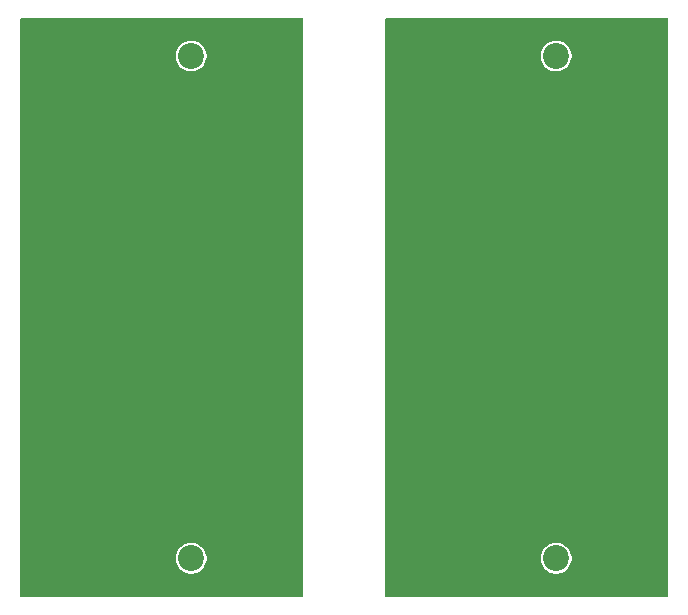
<source format=gbl>
%TF.GenerationSoftware,KiCad,Pcbnew,9.0.0*%
%TF.CreationDate,2025-03-11T18:23:02+02:00*%
%TF.ProjectId,LGS5145 Voltage Regulator,4c475335-3134-4352-9056-6f6c74616765,rev?*%
%TF.SameCoordinates,Original*%
%TF.FileFunction,Copper,L2,Bot*%
%TF.FilePolarity,Positive*%
%FSLAX46Y46*%
G04 Gerber Fmt 4.6, Leading zero omitted, Abs format (unit mm)*
G04 Created by KiCad (PCBNEW 9.0.0) date 2025-03-11 18:23:02*
%MOMM*%
%LPD*%
G01*
G04 APERTURE LIST*
%TA.AperFunction,ComponentPad*%
%ADD10C,2.200000*%
%TD*%
%TA.AperFunction,ViaPad*%
%ADD11C,0.600000*%
%TD*%
%ADD12C,0.300000*%
%ADD13C,0.350000*%
G04 APERTURE END LIST*
D10*
%TO.P,U2,1,1*%
%TO.N,/VIN*%
X245500000Y-48050000D03*
%TO.P,U2,2,2*%
%TO.N,/GND*%
X240500000Y-48050000D03*
%TD*%
%TO.P,U3,1,1*%
%TO.N,/GND*%
X240500000Y-90600000D03*
%TO.P,U3,2,2*%
%TO.N,/VOUT*%
X245500000Y-90600000D03*
%TD*%
%TO.P,U2,1,1*%
%TO.N,/VIN*%
X214600000Y-48050000D03*
%TO.P,U2,2,2*%
%TO.N,/GND*%
X209600000Y-48050000D03*
%TD*%
%TO.P,U3,1,1*%
%TO.N,/GND*%
X209600000Y-90600000D03*
%TO.P,U3,2,2*%
%TO.N,/VOUT*%
X214600000Y-90600000D03*
%TD*%
D11*
%TO.N,/GND*%
X242600000Y-63050000D03*
X251400000Y-58450000D03*
X249750000Y-72350000D03*
X250600000Y-58450000D03*
X240225000Y-77325000D03*
X252200000Y-58450000D03*
X248900000Y-72500000D03*
X243550000Y-63350000D03*
X241350000Y-77275000D03*
X243200000Y-76150000D03*
X242425000Y-76800000D03*
X251500000Y-79450000D03*
X246525000Y-69025000D03*
X241850000Y-62450000D03*
X250400000Y-71850000D03*
X251300000Y-78650000D03*
X247175000Y-69000000D03*
X252300000Y-79050000D03*
X221300000Y-58450000D03*
X209325000Y-77325000D03*
X218000000Y-72500000D03*
X219700000Y-58450000D03*
X218850000Y-72350000D03*
X220500000Y-58450000D03*
X211700000Y-63050000D03*
X221400000Y-79050000D03*
X216275000Y-69000000D03*
X219500000Y-71850000D03*
X220400000Y-78650000D03*
X211525000Y-76800000D03*
X210950000Y-62450000D03*
X210450000Y-77275000D03*
X215625000Y-69025000D03*
X220600000Y-79450000D03*
X212300000Y-76150000D03*
X212650000Y-63350000D03*
%TD*%
%TA.AperFunction,Conductor*%
%TO.N,/GND*%
G36*
X224042539Y-44870185D02*
G01*
X224088294Y-44922989D01*
X224099500Y-44974500D01*
X224099500Y-93725500D01*
X224079815Y-93792539D01*
X224027011Y-93838294D01*
X223975500Y-93849500D01*
X200224500Y-93849500D01*
X200157461Y-93829815D01*
X200111706Y-93777011D01*
X200100500Y-93725500D01*
X200100500Y-90497648D01*
X213299500Y-90497648D01*
X213299500Y-90702351D01*
X213331522Y-90904534D01*
X213394781Y-91099223D01*
X213487715Y-91281613D01*
X213608028Y-91447213D01*
X213752786Y-91591971D01*
X213907749Y-91704556D01*
X213918390Y-91712287D01*
X214034607Y-91771503D01*
X214100776Y-91805218D01*
X214100778Y-91805218D01*
X214100781Y-91805220D01*
X214205137Y-91839127D01*
X214295465Y-91868477D01*
X214396557Y-91884488D01*
X214497648Y-91900500D01*
X214497649Y-91900500D01*
X214702351Y-91900500D01*
X214702352Y-91900500D01*
X214904534Y-91868477D01*
X215099219Y-91805220D01*
X215281610Y-91712287D01*
X215374590Y-91644732D01*
X215447213Y-91591971D01*
X215447215Y-91591968D01*
X215447219Y-91591966D01*
X215591966Y-91447219D01*
X215591968Y-91447215D01*
X215591971Y-91447213D01*
X215644732Y-91374590D01*
X215712287Y-91281610D01*
X215805220Y-91099219D01*
X215868477Y-90904534D01*
X215900500Y-90702352D01*
X215900500Y-90497648D01*
X215868477Y-90295466D01*
X215805220Y-90100781D01*
X215805218Y-90100778D01*
X215805218Y-90100776D01*
X215771503Y-90034607D01*
X215712287Y-89918390D01*
X215704556Y-89907749D01*
X215591971Y-89752786D01*
X215447213Y-89608028D01*
X215281613Y-89487715D01*
X215281612Y-89487714D01*
X215281610Y-89487713D01*
X215224653Y-89458691D01*
X215099223Y-89394781D01*
X214904534Y-89331522D01*
X214729995Y-89303878D01*
X214702352Y-89299500D01*
X214497648Y-89299500D01*
X214473329Y-89303351D01*
X214295465Y-89331522D01*
X214100776Y-89394781D01*
X213918386Y-89487715D01*
X213752786Y-89608028D01*
X213608028Y-89752786D01*
X213487715Y-89918386D01*
X213394781Y-90100776D01*
X213331522Y-90295465D01*
X213299500Y-90497648D01*
X200100500Y-90497648D01*
X200100500Y-47947648D01*
X213299500Y-47947648D01*
X213299500Y-48152351D01*
X213331522Y-48354534D01*
X213394781Y-48549223D01*
X213487715Y-48731613D01*
X213608028Y-48897213D01*
X213752786Y-49041971D01*
X213907749Y-49154556D01*
X213918390Y-49162287D01*
X214034607Y-49221503D01*
X214100776Y-49255218D01*
X214100778Y-49255218D01*
X214100781Y-49255220D01*
X214205137Y-49289127D01*
X214295465Y-49318477D01*
X214396557Y-49334488D01*
X214497648Y-49350500D01*
X214497649Y-49350500D01*
X214702351Y-49350500D01*
X214702352Y-49350500D01*
X214904534Y-49318477D01*
X215099219Y-49255220D01*
X215281610Y-49162287D01*
X215374590Y-49094732D01*
X215447213Y-49041971D01*
X215447215Y-49041968D01*
X215447219Y-49041966D01*
X215591966Y-48897219D01*
X215591968Y-48897215D01*
X215591971Y-48897213D01*
X215644732Y-48824590D01*
X215712287Y-48731610D01*
X215805220Y-48549219D01*
X215868477Y-48354534D01*
X215900500Y-48152352D01*
X215900500Y-47947648D01*
X215868477Y-47745466D01*
X215805220Y-47550781D01*
X215805218Y-47550778D01*
X215805218Y-47550776D01*
X215771503Y-47484607D01*
X215712287Y-47368390D01*
X215704556Y-47357749D01*
X215591971Y-47202786D01*
X215447213Y-47058028D01*
X215281613Y-46937715D01*
X215281612Y-46937714D01*
X215281610Y-46937713D01*
X215224653Y-46908691D01*
X215099223Y-46844781D01*
X214904534Y-46781522D01*
X214729995Y-46753878D01*
X214702352Y-46749500D01*
X214497648Y-46749500D01*
X214473329Y-46753351D01*
X214295465Y-46781522D01*
X214100776Y-46844781D01*
X213918386Y-46937715D01*
X213752786Y-47058028D01*
X213608028Y-47202786D01*
X213487715Y-47368386D01*
X213394781Y-47550776D01*
X213331522Y-47745465D01*
X213299500Y-47947648D01*
X200100500Y-47947648D01*
X200100500Y-44974500D01*
X200120185Y-44907461D01*
X200172989Y-44861706D01*
X200224500Y-44850500D01*
X223975500Y-44850500D01*
X224042539Y-44870185D01*
G37*
%TD.AperFunction*%
%TD*%
%TA.AperFunction,Conductor*%
%TO.N,/GND*%
G36*
X254942539Y-44870185D02*
G01*
X254988294Y-44922989D01*
X254999500Y-44974500D01*
X254999500Y-93725500D01*
X254979815Y-93792539D01*
X254927011Y-93838294D01*
X254875500Y-93849500D01*
X231124500Y-93849500D01*
X231057461Y-93829815D01*
X231011706Y-93777011D01*
X231000500Y-93725500D01*
X231000500Y-90497648D01*
X244199500Y-90497648D01*
X244199500Y-90702351D01*
X244231522Y-90904534D01*
X244294781Y-91099223D01*
X244387715Y-91281613D01*
X244508028Y-91447213D01*
X244652786Y-91591971D01*
X244807749Y-91704556D01*
X244818390Y-91712287D01*
X244934607Y-91771503D01*
X245000776Y-91805218D01*
X245000778Y-91805218D01*
X245000781Y-91805220D01*
X245105137Y-91839127D01*
X245195465Y-91868477D01*
X245296557Y-91884488D01*
X245397648Y-91900500D01*
X245397649Y-91900500D01*
X245602351Y-91900500D01*
X245602352Y-91900500D01*
X245804534Y-91868477D01*
X245999219Y-91805220D01*
X246181610Y-91712287D01*
X246274590Y-91644732D01*
X246347213Y-91591971D01*
X246347215Y-91591968D01*
X246347219Y-91591966D01*
X246491966Y-91447219D01*
X246491968Y-91447215D01*
X246491971Y-91447213D01*
X246544732Y-91374590D01*
X246612287Y-91281610D01*
X246705220Y-91099219D01*
X246768477Y-90904534D01*
X246800500Y-90702352D01*
X246800500Y-90497648D01*
X246768477Y-90295466D01*
X246705220Y-90100781D01*
X246705218Y-90100778D01*
X246705218Y-90100776D01*
X246671503Y-90034607D01*
X246612287Y-89918390D01*
X246604556Y-89907749D01*
X246491971Y-89752786D01*
X246347213Y-89608028D01*
X246181613Y-89487715D01*
X246181612Y-89487714D01*
X246181610Y-89487713D01*
X246124653Y-89458691D01*
X245999223Y-89394781D01*
X245804534Y-89331522D01*
X245629995Y-89303878D01*
X245602352Y-89299500D01*
X245397648Y-89299500D01*
X245373329Y-89303351D01*
X245195465Y-89331522D01*
X245000776Y-89394781D01*
X244818386Y-89487715D01*
X244652786Y-89608028D01*
X244508028Y-89752786D01*
X244387715Y-89918386D01*
X244294781Y-90100776D01*
X244231522Y-90295465D01*
X244199500Y-90497648D01*
X231000500Y-90497648D01*
X231000500Y-47947648D01*
X244199500Y-47947648D01*
X244199500Y-48152351D01*
X244231522Y-48354534D01*
X244294781Y-48549223D01*
X244387715Y-48731613D01*
X244508028Y-48897213D01*
X244652786Y-49041971D01*
X244807749Y-49154556D01*
X244818390Y-49162287D01*
X244934607Y-49221503D01*
X245000776Y-49255218D01*
X245000778Y-49255218D01*
X245000781Y-49255220D01*
X245105137Y-49289127D01*
X245195465Y-49318477D01*
X245296557Y-49334488D01*
X245397648Y-49350500D01*
X245397649Y-49350500D01*
X245602351Y-49350500D01*
X245602352Y-49350500D01*
X245804534Y-49318477D01*
X245999219Y-49255220D01*
X246181610Y-49162287D01*
X246274590Y-49094732D01*
X246347213Y-49041971D01*
X246347215Y-49041968D01*
X246347219Y-49041966D01*
X246491966Y-48897219D01*
X246491968Y-48897215D01*
X246491971Y-48897213D01*
X246544732Y-48824590D01*
X246612287Y-48731610D01*
X246705220Y-48549219D01*
X246768477Y-48354534D01*
X246800500Y-48152352D01*
X246800500Y-47947648D01*
X246768477Y-47745466D01*
X246705220Y-47550781D01*
X246705218Y-47550778D01*
X246705218Y-47550776D01*
X246671503Y-47484607D01*
X246612287Y-47368390D01*
X246604556Y-47357749D01*
X246491971Y-47202786D01*
X246347213Y-47058028D01*
X246181613Y-46937715D01*
X246181612Y-46937714D01*
X246181610Y-46937713D01*
X246124653Y-46908691D01*
X245999223Y-46844781D01*
X245804534Y-46781522D01*
X245629995Y-46753878D01*
X245602352Y-46749500D01*
X245397648Y-46749500D01*
X245373329Y-46753351D01*
X245195465Y-46781522D01*
X245000776Y-46844781D01*
X244818386Y-46937715D01*
X244652786Y-47058028D01*
X244508028Y-47202786D01*
X244387715Y-47368386D01*
X244294781Y-47550776D01*
X244231522Y-47745465D01*
X244199500Y-47947648D01*
X231000500Y-47947648D01*
X231000500Y-44974500D01*
X231020185Y-44907461D01*
X231072989Y-44861706D01*
X231124500Y-44850500D01*
X254875500Y-44850500D01*
X254942539Y-44870185D01*
G37*
%TD.AperFunction*%
%TD*%
D12*
X242600000Y-63050000D03*
X251400000Y-58450000D03*
X249750000Y-72350000D03*
X250600000Y-58450000D03*
X240225000Y-77325000D03*
X252200000Y-58450000D03*
X248900000Y-72500000D03*
X243550000Y-63350000D03*
X241350000Y-77275000D03*
X243200000Y-76150000D03*
X242425000Y-76800000D03*
X251500000Y-79450000D03*
X246525000Y-69025000D03*
X241850000Y-62450000D03*
X250400000Y-71850000D03*
X251300000Y-78650000D03*
X247175000Y-69000000D03*
X252300000Y-79050000D03*
X221300000Y-58450000D03*
X209325000Y-77325000D03*
X218000000Y-72500000D03*
X219700000Y-58450000D03*
X218850000Y-72350000D03*
X220500000Y-58450000D03*
X211700000Y-63050000D03*
X221400000Y-79050000D03*
X216275000Y-69000000D03*
X219500000Y-71850000D03*
X220400000Y-78650000D03*
X211525000Y-76800000D03*
X210950000Y-62450000D03*
X210450000Y-77275000D03*
X215625000Y-69025000D03*
X220600000Y-79450000D03*
X212300000Y-76150000D03*
X212650000Y-63350000D03*
D13*
X245500000Y-48050000D03*
X240500000Y-48050000D03*
X240500000Y-90600000D03*
X245500000Y-90600000D03*
X214600000Y-48050000D03*
X209600000Y-48050000D03*
X209600000Y-90600000D03*
X214600000Y-90600000D03*
M02*

</source>
